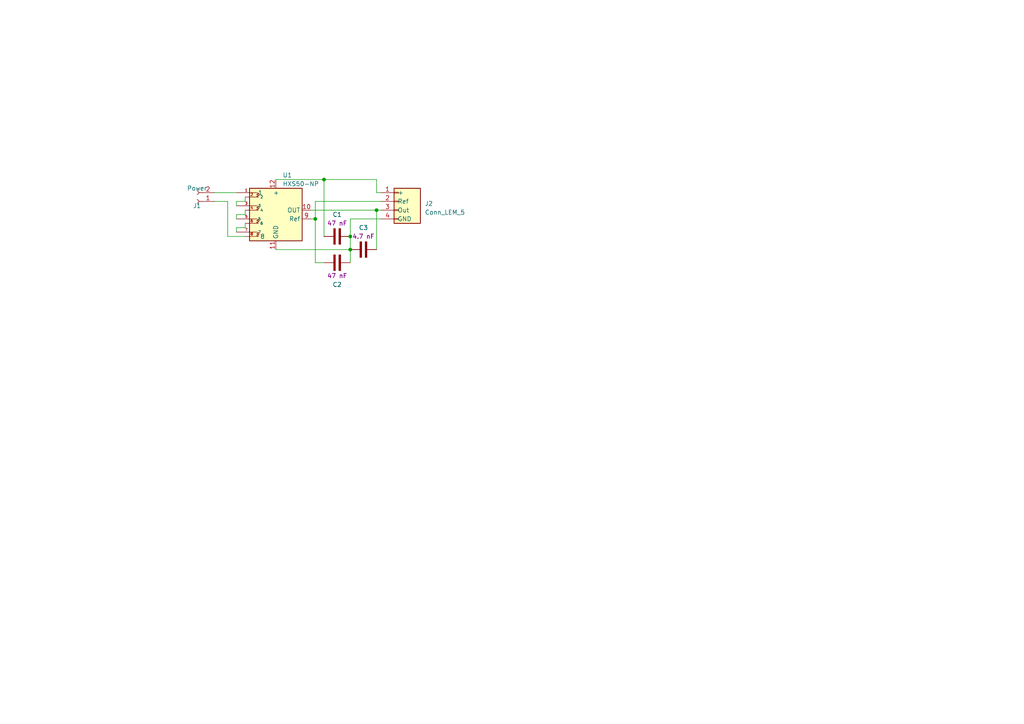
<source format=kicad_sch>
(kicad_sch (version 20220126) (generator eeschema)
  (paper "A4")
  (lib_symbols
    (symbol "Connector:Conn_01x02_Female" (pin_names (offset 1.016) hide)
      (property "Reference" "J" (at 0 2.54 0))
      (property "Value" "Conn_01x02_Female" (at 0 -5.08 0))
      (symbol "Conn_01x02_Female_1_1"
        (arc (start 0 -2.032) (mid -0.5058 -2.54) (end 0 -3.048) (stroke (width 0.1524)))
        (polyline (pts (xy -1.27 -2.54) (xy -0.508 -2.54)) (stroke (width 0.1524)))
        (polyline (pts (xy -1.27 0) (xy -0.508 0)) (stroke (width 0.1524)))
        (arc (start 0 0.508) (mid -0.5058 0) (end 0 -0.508) (stroke (width 0.1524)))
        (pin passive line (at -5.08 0 0) (length 3.81) (name "Pin_1") (number "1"))
        (pin passive line (at -5.08 -2.54 0) (length 3.81) (name "Pin_2") (number "2"))
      )
    )
    (symbol "localparts:C_47n_0603" (pin_numbers hide) (pin_names (offset 0.254))
      (property "Reference" "C4" (at -3.048 1.016 0))
      (property "Display" "47 nF" (at -3.302 -1.27 0))
      (symbol "C_47n_0603_0_1"
        (rectangle (start 2.286 -0.508) (end -2.286 -1.016) (fill (type outline)))
        (rectangle (start 2.286 1.016) (end -2.286 0.508) (fill (type outline)))
      )
      (symbol "C_47n_0603_1_1"
        (pin passive line (at 0 3.81 270) (length 2.794) (name "~") (number "1"))
        (pin passive line (at 0 -3.81 90) (length 2.794) (name "~") (number "2"))
      )
    )
    (symbol "localparts:C_4n7_0603" (pin_numbers hide) (pin_names (offset 0.254))
      (property "Reference" "C4" (at -3.048 1.016 0))
      (property "Display" "4.7 nF" (at -3.302 -1.27 0))
      (symbol "C_4n7_0603_0_1"
        (rectangle (start 2.286 -0.508) (end -2.286 -1.016) (fill (type outline)))
        (rectangle (start 2.286 1.016) (end -2.286 0.508) (fill (type outline)))
      )
      (symbol "C_4n7_0603_1_1"
        (pin passive line (at 0 3.81 270) (length 2.794) (name "~") (number "1"))
        (pin passive line (at 0 -3.81 90) (length 2.794) (name "~") (number "2"))
      )
    )
    (symbol "localstuff:Conn_LEM_5" (pin_names (offset 1.016))
      (property "Reference" "J" (at 0 6.35 0))
      (property "Value" "Conn_LEM_5" (at 0 -6.35 0))
      (symbol "Conn_LEM_5_1_1"
        (rectangle (start -1.27 -3.683) (end 0 -3.937) (stroke (width 0.1524)))
        (rectangle (start -1.27 -1.143) (end 0 -1.397) (stroke (width 0.1524)))
        (rectangle (start -1.27 1.397) (end 0 1.143) (stroke (width 0.1524)))
        (rectangle (start -1.27 3.937) (end 0 3.683) (stroke (width 0.1524)))
        (rectangle (start -1.27 5.08) (end 6.35 -5.08) (stroke (width 0.254)) (fill (type background)))
        (pin power_in line (at -5.08 3.81 0) (length 3.81) (name "+") (number "1"))
        (pin output line (at -5.08 1.27 0) (length 3.81) (name "Ref") (number "2"))
        (pin output line (at -5.08 -1.27 0) (length 3.81) (name "Out") (number "3"))
        (pin power_in line (at -5.08 -3.81 0) (length 3.81) (name "GND") (number "4"))
      )
    )
    (symbol "localstuff:HXS50-NP"
      (property "Reference" "U" (at -5.08 8.89 0))
      (property "Value" "HXS50-NP" (at 13.97 8.89 0))
      (symbol "HXS50-NP_0_1"
        (rectangle (start -7.62 7.62) (end 7.62 -7.62) (stroke (width 0.254)) (fill (type background)))
        (polyline (pts (xy -5.588 -5.08) (xy -4.826 -5.334) (xy -5.588 -5.588) (xy -4.826 -5.842) (xy -5.588 -6.096) (xy -5.08 -6.35)))
        (polyline (pts (xy -5.588 -1.27) (xy -4.826 -1.524) (xy -5.588 -1.778) (xy -4.826 -2.032) (xy -5.588 -2.286) (xy -5.08 -2.54)))
        (polyline (pts (xy -5.588 2.54) (xy -4.826 2.286) (xy -5.588 2.032) (xy -4.826 1.778) (xy -5.588 1.524) (xy -5.08 1.27)))
        (polyline (pts (xy -5.588 6.35) (xy -4.826 6.096) (xy -5.588 5.842) (xy -4.826 5.588) (xy -5.588 5.334) (xy -5.08 5.08)))
      )
      (symbol "HXS50-NP_1_1"
        (pin passive line (at -11.43 6.35 0) (length 5.715) (name "1") (number "1"))
        (pin output line (at 10.16 1.27 180) (length 2.54) (name "OUT") (number "10"))
        (pin power_in line (at 0 -10.16 90) (length 2.54) (name "GND") (number "11"))
        (pin power_in line (at 0 10.16 270) (length 2.54) (name "+") (number "12"))
        (pin passive line (at -8.89 5.08 0) (length 3.81) (name "2") (number "2"))
        (pin passive line (at -11.43 2.54 0) (length 5.715) (name "3") (number "3"))
        (pin passive line (at -8.89 1.27 0) (length 3.81) (name "4") (number "4"))
        (pin passive line (at -11.43 -1.27 0) (length 5.715) (name "5") (number "5"))
        (pin passive line (at -8.89 -2.54 0) (length 3.81) (name "6") (number "6"))
        (pin passive line (at -11.43 -5.08 0) (length 5.715) (name "7") (number "7"))
        (pin passive line (at -8.89 -6.35 0) (length 3.81) (name "8") (number "8"))
        (pin output line (at 10.16 -1.27 180) (length 2.54) (name "Ref") (number "9"))
      )
    )
  )
  (junction (at 101.6 68.58))
  (junction (at 91.44 63.5))
  (junction (at 109.22 60.96))
  (junction (at 101.6 72.39))
  (junction (at 93.98 52.07))
  (wire (pts (xy 93.98 52.07) (xy 109.22 52.07)))
  (wire (pts (xy 109.22 52.07) (xy 109.22 55.88)))
  (wire (pts (xy 71.12 60.96) (xy 71.12 62.23)))
  (wire (pts (xy 66.04 68.58) (xy 71.12 68.58)))
  (wire (pts (xy 62.23 55.88) (xy 68.58 55.88)))
  (wire (pts (xy 90.17 63.5) (xy 91.44 63.5)))
  (wire (pts (xy 93.98 76.2) (xy 91.44 76.2)))
  (wire (pts (xy 91.44 58.42) (xy 91.44 63.5)))
  (wire (pts (xy 71.12 66.04) (xy 68.58 66.04)))
  (wire (pts (xy 68.58 58.42) (xy 68.58 59.69)))
  (wire (pts (xy 101.6 63.5) (xy 101.6 68.58)))
  (wire (pts (xy 91.44 76.2) (xy 91.44 63.5)))
  (wire (pts (xy 101.6 72.39) (xy 101.6 76.2)))
  (wire (pts (xy 80.01 52.07) (xy 93.98 52.07)))
  (wire (pts (xy 91.44 58.42) (xy 110.49 58.42)))
  (wire (pts (xy 66.04 58.42) (xy 66.04 68.58)))
  (wire (pts (xy 93.98 52.07) (xy 93.98 68.58)))
  (wire (pts (xy 68.58 66.04) (xy 68.58 67.31)))
  (wire (pts (xy 109.22 60.96) (xy 110.49 60.96)))
  (wire (pts (xy 62.23 58.42) (xy 66.04 58.42)))
  (wire (pts (xy 80.01 72.39) (xy 101.6 72.39)))
  (wire (pts (xy 109.22 60.96) (xy 109.22 72.39)))
  (wire (pts (xy 110.49 63.5) (xy 101.6 63.5)))
  (wire (pts (xy 109.22 55.88) (xy 110.49 55.88)))
  (wire (pts (xy 71.12 64.77) (xy 71.12 66.04)))
  (wire (pts (xy 68.58 62.23) (xy 68.58 63.5)))
  (wire (pts (xy 71.12 62.23) (xy 68.58 62.23)))
  (wire (pts (xy 90.17 60.96) (xy 109.22 60.96)))
  (wire (pts (xy 101.6 68.58) (xy 101.6 72.39)))
  (wire (pts (xy 71.12 57.15) (xy 71.12 58.42)))
  (wire (pts (xy 71.12 58.42) (xy 68.58 58.42)))
  (symbol (lib_id "localstuff:HXS50-NP") (at 80.01 62.23 0) (unit 1)
    (property "Reference" "U1" (at 81.9659 50.8 0) (effects (justify left)))
    (property "Value" "HXS50-NP" (at 81.9659 53.34 0) (effects (justify left)))
    (property "Footprint" "localstuff:LEM_HXS_50-NP" (effects hide))
    (property "Datasheet" "https://www.lem.com/sites/default/files/products_datasheets/hx%203_50-p_sp2_e%20v07.pdf" (effects hide))
  )
  (symbol (lib_id "localparts:C_47n_0603") (at 97.79 68.58 90) (unit 1)
    (property "Reference" "C1" (at 97.79 62.23 90))
    (property "Value" "C_47n_0603" (effects hide))
    (property "Footprint" "Capacitor_SMD:C_0603_1608Metric" (effects hide))
    (property "Display" "47 nF" (at 97.79 64.77 90))
    (property "Farnell" "3013432" (effects hide))
  )
  (symbol (lib_id "Connector:Conn_01x02_Female") (at 57.15 58.42 180) (unit 1)
    (property "Reference" "J1" (at 57.15 59.69 0))
    (property "Value" "Power" (at 57.15 54.61 0))
    (property "Footprint" "localstuff:Conn_P5.0mm_2_Lumberg" (effects hide))
  )
  (symbol (lib_id "localstuff:Conn_LEM_5") (at 115.57 59.69 0) (unit 1)
    (property "Reference" "J2" (at 123.19 59.055 0) (effects (justify left)))
    (property "Value" "Conn_LEM_5" (at 123.19 61.595 0) (effects (justify left)))
    (property "Footprint" "Connector_JST:JST_PH_B4B-PH-K_1x04_P2.00mm_Vertical" (effects hide))
  )
  (symbol (lib_id "localparts:C_47n_0603") (at 97.79 76.2 90) (unit 1)
    (property "Reference" "C2" (at 97.79 82.55 90))
    (property "Value" "C_47n_0603" (effects hide))
    (property "Footprint" "Capacitor_SMD:C_0603_1608Metric" (effects hide))
    (property "Display" "47 nF" (at 97.79 80.01 90))
    (property "Farnell" "3013432" (effects hide))
  )
  (symbol (lib_id "localparts:C_4n7_0603") (at 105.41 72.39 90) (unit 1)
    (property "Reference" "C3" (at 105.41 66.04 90))
    (property "Value" "C_4n7_0603" (effects hide))
    (property "Footprint" "Capacitor_SMD:C_0603_1608Metric" (effects hide))
    (property "Display" "4.7 nF" (at 105.41 68.58 90))
    (property "Farnell" "	2812325" (effects hide))
  )
)
</source>
